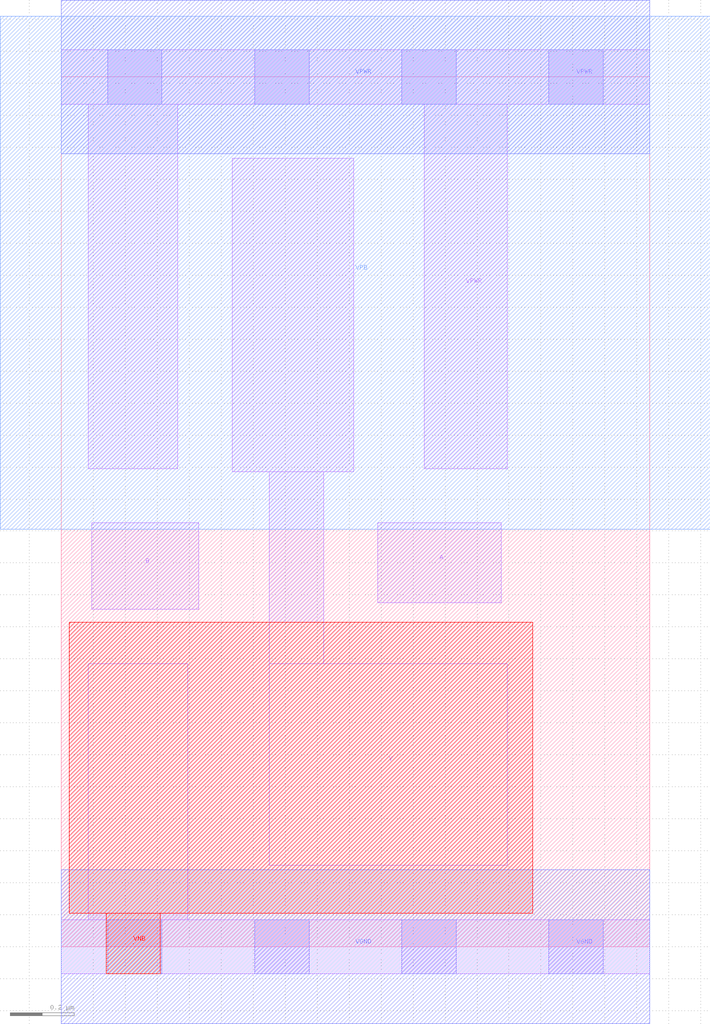
<source format=lef>
VERSION 5.7 ;
  NOWIREEXTENSIONATPIN ON ;
  DIVIDERCHAR "/" ;
  BUSBITCHARS "[]" ;
MACRO sky130_fd_sc_hdll__nand2_1
  CLASS BLOCK ;
  FOREIGN sky130_fd_sc_hdll__nand2_1 ;
  ORIGIN 0.000 0.000 ;
  SIZE 1.840 BY 2.720 ;
  PIN Y
    ANTENNADIFFAREA 0.491500 ;
    PORT
      LAYER li1 ;
        RECT 0.535 1.485 0.915 2.465 ;
        RECT 0.650 0.885 0.820 1.485 ;
        RECT 0.650 0.255 1.395 0.885 ;
    END
  END Y
  PIN B
    ANTENNAGATEAREA 0.277500 ;
    PORT
      LAYER li1 ;
        RECT 0.095 1.055 0.430 1.325 ;
    END
  END B
  PIN A
    ANTENNAGATEAREA 0.277500 ;
    PORT
      LAYER li1 ;
        RECT 0.990 1.075 1.375 1.325 ;
    END
  END A
  PIN VPB
    PORT
      LAYER nwell ;
        RECT -0.190 1.305 2.030 2.910 ;
    END
  END VPB
  PIN VNB
    PORT
      LAYER pwell ;
        RECT 0.025 0.105 1.475 1.015 ;
        RECT 0.140 -0.085 0.310 0.105 ;
    END
  END VNB
  PIN VGND
    USE GROUND ;
    PORT
      LAYER li1 ;
        RECT 0.085 0.085 0.395 0.885 ;
        RECT 0.000 -0.085 1.840 0.085 ;
      LAYER mcon ;
        RECT 0.145 -0.085 0.315 0.085 ;
        RECT 0.605 -0.085 0.775 0.085 ;
        RECT 1.065 -0.085 1.235 0.085 ;
        RECT 1.525 -0.085 1.695 0.085 ;
      LAYER met1 ;
        RECT 0.000 -0.240 1.840 0.240 ;
    END
  END VGND
  PIN VPWR
    USE POWER ;
    PORT
      LAYER li1 ;
        RECT 0.000 2.635 1.840 2.805 ;
        RECT 0.085 1.495 0.365 2.635 ;
        RECT 1.135 1.495 1.395 2.635 ;
      LAYER mcon ;
        RECT 0.145 2.635 0.315 2.805 ;
        RECT 0.605 2.635 0.775 2.805 ;
        RECT 1.065 2.635 1.235 2.805 ;
        RECT 1.525 2.635 1.695 2.805 ;
      LAYER met1 ;
        RECT 0.000 2.480 1.840 2.960 ;
    END
  END VPWR
END sky130_fd_sc_hdll__nand2_1
END LIBRARY


</source>
